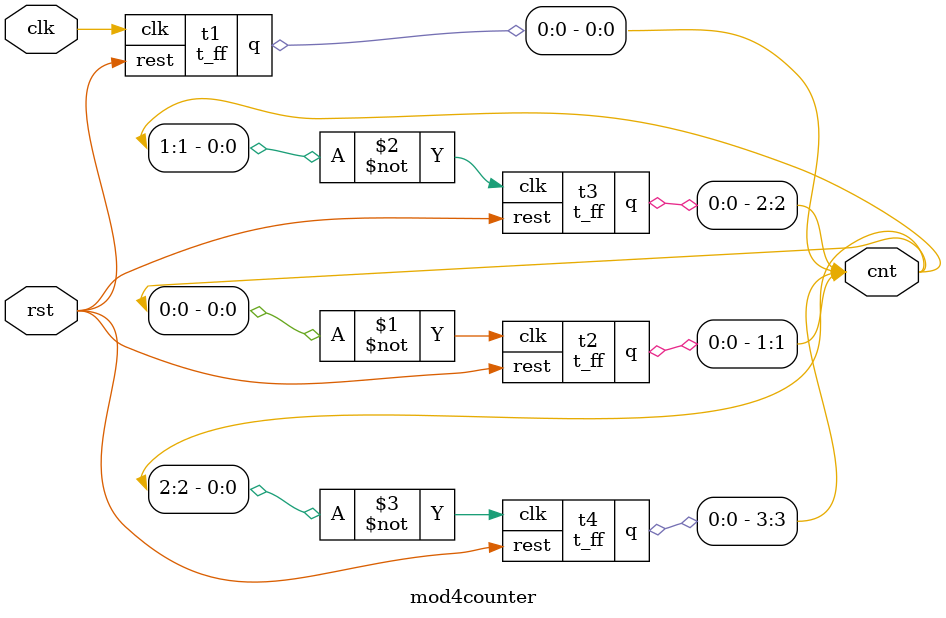
<source format=sv>

module t_ff(q,clk,rest);
  input rest,clk;
  output bit q;
  
  always @(posedge clk)
    begin
      if(rest)
      		q<=1'b0;
      else
        begin
            q<=~q;
      end
    end
endmodule


module mod4counter(cnt,clk,rst);
  input  clk,rst;
  output [3:0] cnt;

  t_ff t1 (cnt[0],clk,rst);
  t_ff t2 (cnt[1],~cnt[0],rst);
  t_ff t3 (cnt[2],~cnt[1],rst);
  t_ff t4 (cnt[3],~cnt[2],rst);  
endmodule


</source>
